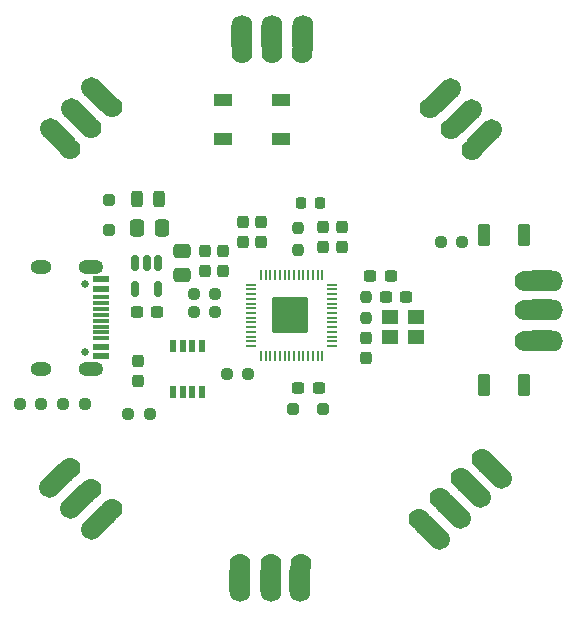
<source format=gts>
G04 #@! TF.GenerationSoftware,KiCad,Pcbnew,8.0.4*
G04 #@! TF.CreationDate,2024-10-01T08:13:03+02:00*
G04 #@! TF.ProjectId,RP2040_roundStamp_secondIteration,52503230-3430-45f7-926f-756e64537461,rev?*
G04 #@! TF.SameCoordinates,Original*
G04 #@! TF.FileFunction,Soldermask,Top*
G04 #@! TF.FilePolarity,Negative*
%FSLAX46Y46*%
G04 Gerber Fmt 4.6, Leading zero omitted, Abs format (unit mm)*
G04 Created by KiCad (PCBNEW 8.0.4) date 2024-10-01 08:13:03*
%MOMM*%
%LPD*%
G01*
G04 APERTURE LIST*
G04 Aperture macros list*
%AMRoundRect*
0 Rectangle with rounded corners*
0 $1 Rounding radius*
0 $2 $3 $4 $5 $6 $7 $8 $9 X,Y pos of 4 corners*
0 Add a 4 corners polygon primitive as box body*
4,1,4,$2,$3,$4,$5,$6,$7,$8,$9,$2,$3,0*
0 Add four circle primitives for the rounded corners*
1,1,$1+$1,$2,$3*
1,1,$1+$1,$4,$5*
1,1,$1+$1,$6,$7*
1,1,$1+$1,$8,$9*
0 Add four rect primitives between the rounded corners*
20,1,$1+$1,$2,$3,$4,$5,0*
20,1,$1+$1,$4,$5,$6,$7,0*
20,1,$1+$1,$6,$7,$8,$9,0*
20,1,$1+$1,$8,$9,$2,$3,0*%
%AMHorizOval*
0 Thick line with rounded ends*
0 $1 width*
0 $2 $3 position (X,Y) of the first rounded end (center of the circle)*
0 $4 $5 position (X,Y) of the second rounded end (center of the circle)*
0 Add line between two ends*
20,1,$1,$2,$3,$4,$5,0*
0 Add two circle primitives to create the rounded ends*
1,1,$1,$2,$3*
1,1,$1,$4,$5*%
G04 Aperture macros list end*
%ADD10R,1.500000X1.000000*%
%ADD11RoundRect,0.237500X-0.300000X-0.237500X0.300000X-0.237500X0.300000X0.237500X-0.300000X0.237500X0*%
%ADD12RoundRect,0.250000X0.250000X0.250000X-0.250000X0.250000X-0.250000X-0.250000X0.250000X-0.250000X0*%
%ADD13RoundRect,0.237500X0.237500X-0.300000X0.237500X0.300000X-0.237500X0.300000X-0.237500X-0.300000X0*%
%ADD14RoundRect,0.237500X0.300000X0.237500X-0.300000X0.237500X-0.300000X-0.237500X0.300000X-0.237500X0*%
%ADD15RoundRect,0.237500X0.237500X-0.250000X0.237500X0.250000X-0.237500X0.250000X-0.237500X-0.250000X0*%
%ADD16RoundRect,0.237500X-0.250000X-0.237500X0.250000X-0.237500X0.250000X0.237500X-0.250000X0.237500X0*%
%ADD17RoundRect,0.250000X0.475000X-0.337500X0.475000X0.337500X-0.475000X0.337500X-0.475000X-0.337500X0*%
%ADD18RoundRect,0.237500X-0.237500X0.300000X-0.237500X-0.300000X0.237500X-0.300000X0.237500X0.300000X0*%
%ADD19RoundRect,0.250000X-0.337500X-0.475000X0.337500X-0.475000X0.337500X0.475000X-0.337500X0.475000X0*%
%ADD20RoundRect,0.150000X-0.150000X0.512500X-0.150000X-0.512500X0.150000X-0.512500X0.150000X0.512500X0*%
%ADD21RoundRect,0.218750X0.218750X0.256250X-0.218750X0.256250X-0.218750X-0.256250X0.218750X-0.256250X0*%
%ADD22RoundRect,0.102000X0.400000X0.850000X-0.400000X0.850000X-0.400000X-0.850000X0.400000X-0.850000X0*%
%ADD23RoundRect,0.250000X0.250000X-0.250000X0.250000X0.250000X-0.250000X0.250000X-0.250000X-0.250000X0*%
%ADD24RoundRect,0.237500X-0.237500X0.250000X-0.237500X-0.250000X0.237500X-0.250000X0.237500X0.250000X0*%
%ADD25RoundRect,0.050000X0.050000X-0.387500X0.050000X0.387500X-0.050000X0.387500X-0.050000X-0.387500X0*%
%ADD26RoundRect,0.050000X0.387500X-0.050000X0.387500X0.050000X-0.387500X0.050000X-0.387500X-0.050000X0*%
%ADD27RoundRect,0.135000X1.365000X-1.390000X1.365000X1.390000X-1.365000X1.390000X-1.365000X-1.390000X0*%
%ADD28RoundRect,0.065500X0.196500X-0.441500X0.196500X0.441500X-0.196500X0.441500X-0.196500X-0.441500X0*%
%ADD29R,1.400000X1.200000*%
%ADD30RoundRect,0.243750X0.243750X0.456250X-0.243750X0.456250X-0.243750X-0.456250X0.243750X-0.456250X0*%
%ADD31C,0.650000*%
%ADD32R,1.450000X0.600000*%
%ADD33R,1.450000X0.300000*%
%ADD34O,2.100000X1.200000*%
%ADD35O,1.800000X1.200000*%
%ADD36RoundRect,0.237500X0.250000X0.237500X-0.250000X0.237500X-0.250000X-0.237500X0.250000X-0.237500X0*%
%ADD37HorizOval,1.778000X-0.628618X0.628618X0.628618X-0.628618X0*%
%ADD38C,1.778000*%
%ADD39HorizOval,1.778000X-0.628618X-0.628618X0.628618X0.628618X0*%
%ADD40O,1.778000X3.556000*%
%ADD41HorizOval,1.778000X0.628618X-0.628618X-0.628618X0.628618X0*%
%ADD42O,3.556000X1.778000*%
%ADD43HorizOval,1.778000X0.628618X0.628618X-0.628618X-0.628618X0*%
G04 APERTURE END LIST*
D10*
X153300076Y-53700026D03*
X153300076Y-57000000D03*
X158200000Y-57000000D03*
X158200000Y-53700026D03*
D11*
X159687500Y-78150000D03*
X161412500Y-78150000D03*
D12*
X161750000Y-79900000D03*
X159250000Y-79900000D03*
D13*
X161800000Y-66225000D03*
X161800000Y-64500000D03*
D14*
X147762500Y-71700000D03*
X146037500Y-71700000D03*
D15*
X159654291Y-66440258D03*
X159654291Y-64615258D03*
D16*
X145275000Y-80350000D03*
X147100000Y-80350000D03*
D13*
X156550000Y-65762500D03*
X156550000Y-64037500D03*
D17*
X149865258Y-68575000D03*
X149865258Y-66500000D03*
D18*
X146100000Y-75804582D03*
X146100000Y-77529582D03*
D19*
X146028263Y-64569596D03*
X148103263Y-64569596D03*
D20*
X147800000Y-67500000D03*
X146850000Y-67500000D03*
X145900000Y-67500000D03*
X145900000Y-69775000D03*
X147800000Y-69775000D03*
D16*
X150837500Y-71700000D03*
X152662500Y-71700000D03*
D21*
X161481941Y-62465766D03*
X159906941Y-62465766D03*
D22*
X178800000Y-65200000D03*
X175400000Y-65200000D03*
D16*
X150837500Y-70200000D03*
X152662500Y-70200000D03*
D23*
X143658571Y-64738257D03*
X143658571Y-62238257D03*
D11*
X165787500Y-68650000D03*
X167512500Y-68650000D03*
D24*
X165400000Y-70400000D03*
X165400000Y-72225000D03*
D13*
X153300000Y-68225000D03*
X153300000Y-66500000D03*
D16*
X171725000Y-65750000D03*
X173550000Y-65750000D03*
D25*
X156516394Y-75413295D03*
X156916394Y-75413294D03*
X157316394Y-75413295D03*
X157716394Y-75413295D03*
X158116394Y-75413295D03*
X158516394Y-75413295D03*
X158916393Y-75413295D03*
X159316394Y-75413295D03*
X159716394Y-75413295D03*
X160116394Y-75413295D03*
X160516394Y-75413295D03*
X160916393Y-75413295D03*
X161316394Y-75413295D03*
X161716394Y-75413295D03*
D26*
X162553894Y-74575795D03*
X162553893Y-74175795D03*
X162553894Y-73775795D03*
X162553894Y-73375795D03*
X162553894Y-72975795D03*
X162553894Y-72575795D03*
X162553894Y-72175796D03*
X162553894Y-71775795D03*
X162553894Y-71375795D03*
X162553894Y-70975795D03*
X162553894Y-70575795D03*
X162553894Y-70175796D03*
X162553894Y-69775795D03*
X162553894Y-69375795D03*
D25*
X161716394Y-68538295D03*
X161316394Y-68538296D03*
X160916394Y-68538295D03*
X160516394Y-68538295D03*
X160116394Y-68538295D03*
X159716394Y-68538295D03*
X159316395Y-68538295D03*
X158916394Y-68538295D03*
X158516394Y-68538295D03*
X158116394Y-68538295D03*
X157716394Y-68538295D03*
X157316395Y-68538295D03*
X156916394Y-68538295D03*
X156516394Y-68538295D03*
D26*
X155678894Y-69375795D03*
X155678895Y-69775795D03*
X155678894Y-70175795D03*
X155678894Y-70575795D03*
X155678894Y-70975795D03*
X155678894Y-71375795D03*
X155678894Y-71775794D03*
X155678894Y-72175795D03*
X155678894Y-72575795D03*
X155678894Y-72975795D03*
X155678894Y-73375795D03*
X155678894Y-73775794D03*
X155678894Y-74175795D03*
X155678894Y-74575795D03*
D27*
X159016394Y-71900795D03*
D28*
X149100000Y-78467082D03*
X149900000Y-78467082D03*
X150700000Y-78467082D03*
X151500000Y-78467082D03*
X151500000Y-74567082D03*
X150700000Y-74567082D03*
X149900000Y-74567082D03*
X149100000Y-74567082D03*
D14*
X168812500Y-70400000D03*
X167087500Y-70400000D03*
D29*
X167414225Y-73835840D03*
X169614377Y-73835840D03*
X169614377Y-72135814D03*
X167414225Y-72135814D03*
D30*
X147869681Y-62122178D03*
X145994681Y-62122178D03*
D13*
X155000000Y-65762500D03*
X155000000Y-64037500D03*
D31*
X141605484Y-69276136D03*
X141605484Y-75056135D03*
D32*
X143020484Y-68916136D03*
X143020484Y-69716136D03*
D33*
X143020484Y-70916136D03*
X143020484Y-71916136D03*
X143020485Y-72416136D03*
X143020484Y-73416136D03*
D32*
X143020484Y-74616136D03*
X143020484Y-75416136D03*
X143020484Y-75416136D03*
X143020484Y-74616136D03*
D33*
X143020484Y-73916136D03*
X143020484Y-72916136D03*
X143020484Y-71416136D03*
X143020484Y-70416136D03*
D32*
X143020484Y-69716136D03*
X143020484Y-68916136D03*
D34*
X142105484Y-67841136D03*
D35*
X137925484Y-67841136D03*
D34*
X142105484Y-76491136D03*
D35*
X137925484Y-76491136D03*
D13*
X165400000Y-75575000D03*
X165400000Y-73850000D03*
D16*
X139769016Y-79459908D03*
X141594016Y-79459908D03*
D22*
X178800000Y-77859437D03*
X175400000Y-77859437D03*
D13*
X163350000Y-66212500D03*
X163350000Y-64487500D03*
X151750000Y-68225000D03*
X151750000Y-66500000D03*
D36*
X137904671Y-79500333D03*
X136079671Y-79500333D03*
D37*
X142850240Y-53293006D03*
D38*
X143896758Y-54353667D03*
D37*
X141082473Y-55060775D03*
D38*
X142128991Y-56121433D03*
D37*
X139314706Y-56828541D03*
D38*
X140361224Y-57889201D03*
X140333711Y-84872659D03*
D39*
X139273050Y-85919177D03*
D38*
X142101477Y-86640426D03*
D39*
X141040817Y-87686944D03*
D38*
X143869244Y-88408193D03*
D39*
X142808584Y-89454711D03*
D38*
X154777220Y-92999319D03*
D40*
X154767219Y-94489320D03*
D38*
X157377220Y-92999319D03*
D40*
X157367220Y-94489320D03*
D38*
X159877219Y-92999319D03*
D40*
X159867220Y-94489319D03*
D38*
X169929352Y-89242204D03*
D41*
X170975870Y-90302865D03*
D38*
X171697119Y-87474438D03*
D41*
X172743637Y-88535097D03*
D38*
X173464886Y-85706670D03*
D41*
X174511404Y-86767331D03*
D38*
X175195489Y-84112559D03*
D41*
X176242008Y-85173219D03*
D42*
X180355456Y-74131897D03*
D38*
X178865455Y-74121898D03*
D42*
X180355456Y-71531898D03*
D38*
X178865455Y-71521897D03*
D42*
X180355456Y-69031898D03*
D38*
X178865456Y-69021897D03*
D43*
X175443690Y-56904289D03*
D38*
X174383027Y-57950808D03*
D43*
X173675921Y-55136522D03*
D38*
X172615261Y-56183041D03*
D43*
X171908154Y-53368755D03*
D38*
X170847494Y-54415273D03*
D40*
X160041421Y-48310417D03*
D38*
X160031421Y-49800417D03*
D40*
X157441421Y-48310416D03*
D38*
X157431421Y-49800417D03*
D40*
X154941421Y-48310417D03*
D38*
X154931421Y-49800417D03*
D16*
X153637500Y-76917082D03*
X155462500Y-76917082D03*
M02*

</source>
